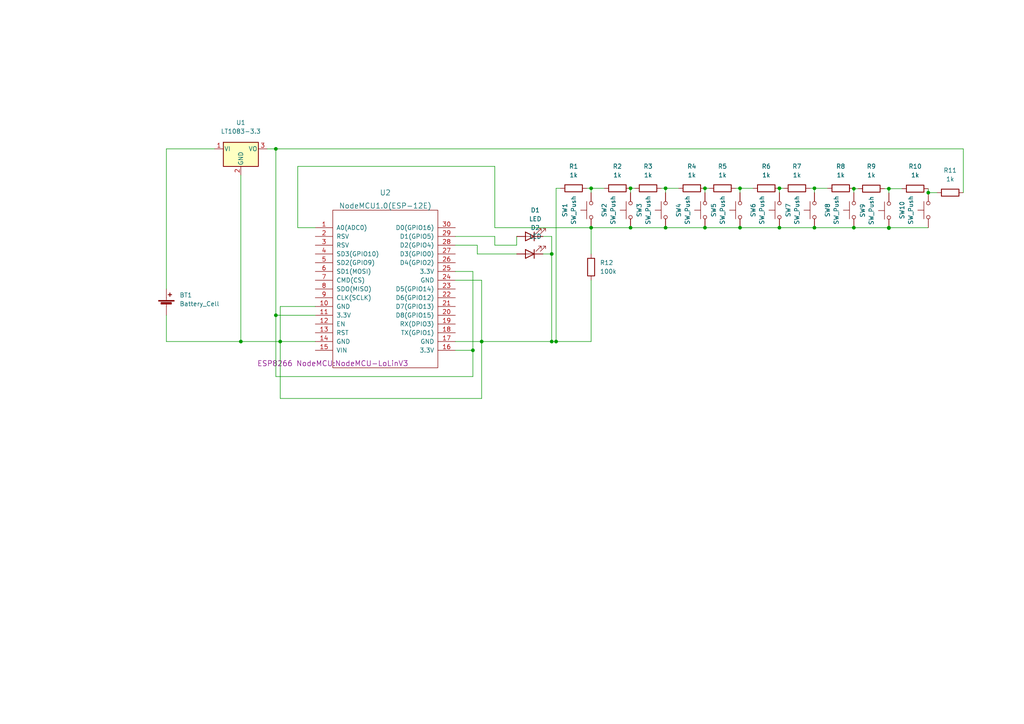
<source format=kicad_sch>
(kicad_sch (version 20211123) (generator eeschema)
  (paper "A4")
  (lib_symbols
    (symbol "Device:Battery_Cell" (pin_numbers hide) (pin_names (offset 0) hide)
      (property "Reference" "BT" (at 2.54 2.54 0))
      (property "Value" "Battery_Cell" (at 2.54 0 0))
      (symbol "Battery_Cell_0_1"
        (rectangle (start -2.286 1.778) (end 2.286 1.524) (fill (type outline)))
        (rectangle (start -1.5748 1.1938) (end 1.4732 0.6858) (fill (type outline)))
        (polyline (pts (xy 0 0.762) (xy 0 0)))
        (polyline (pts (xy 0 1.778) (xy 0 2.54)))
        (polyline (pts (xy 0.508 3.429) (xy 1.524 3.429)) (stroke (width 0.254)))
        (polyline (pts (xy 1.016 3.937) (xy 1.016 2.921)) (stroke (width 0.254)))
      )
      (symbol "Battery_Cell_1_1"
        (pin passive line (at 0 5.08 270) (length 2.54) (name "+") (number "1"))
        (pin passive line (at 0 -2.54 90) (length 2.54) (name "-") (number "2"))
      )
    )
    (symbol "Device:LED" (pin_numbers hide) (pin_names (offset 1.016) hide)
      (property "Reference" "D" (at 0 2.54 0))
      (property "Value" "LED" (at 0 -2.54 0))
      (symbol "LED_0_1"
        (polyline (pts (xy -1.27 -1.27) (xy -1.27 1.27)) (stroke (width 0.254)))
        (polyline (pts (xy -1.27 0) (xy 1.27 0)))
        (polyline (pts (xy 1.27 -1.27) (xy 1.27 1.27) (xy -1.27 0) (xy 1.27 -1.27)) (stroke (width 0.254)))
        (polyline (pts (xy -3.048 -0.762) (xy -4.572 -2.286) (xy -3.81 -2.286) (xy -4.572 -2.286) (xy -4.572 -1.524)))
        (polyline (pts (xy -1.778 -0.762) (xy -3.302 -2.286) (xy -2.54 -2.286) (xy -3.302 -2.286) (xy -3.302 -1.524)))
      )
      (symbol "LED_1_1"
        (pin passive line (at -3.81 0 0) (length 2.54) (name "K") (number "1"))
        (pin passive line (at 3.81 0 180) (length 2.54) (name "A") (number "2"))
      )
    )
    (symbol "Device:R" (pin_numbers hide) (pin_names (offset 0))
      (property "Reference" "R" (at 2.032 0 90))
      (property "Value" "R" (at 0 0 90))
      (symbol "R_0_1"
        (rectangle (start -1.016 -2.54) (end 1.016 2.54) (stroke (width 0.254)))
      )
      (symbol "R_1_1"
        (pin passive line (at 0 3.81 270) (length 1.27) (name "~") (number "1"))
        (pin passive line (at 0 -3.81 90) (length 1.27) (name "~") (number "2"))
      )
    )
    (symbol "Regulator_Linear:LT1083-3.3" (pin_names (offset 0.254))
      (property "Reference" "U1" (at 0 7.62 0))
      (property "Value" "LT1083-3.3" (at 0 5.08 0))
      (symbol "LT1083-3.3_0_1"
        (rectangle (start -5.08 1.905) (end 5.08 -5.08) (stroke (width 0.254)) (fill (type background)))
      )
      (symbol "LT1083-3.3_1_1"
        (pin power_in line (at -7.62 0 0) (length 2.54) (name "VI") (number "1"))
        (pin power_in line (at 0 -7.62 90) (length 2.54) (name "GND") (number "2"))
        (pin power_out line (at 7.62 0 180) (length 2.54) (name "VO") (number "3"))
      )
    )
    (symbol "Switch:SW_Push" (pin_numbers hide) (pin_names (offset 1.016) hide)
      (property "Reference" "SW" (at 1.27 2.54 0))
      (property "Value" "SW_Push" (at 0 -1.524 0))
      (symbol "SW_Push_0_1"
        (circle (center -2.032 0) (radius 0.508))
        (polyline (pts (xy 0 1.27) (xy 0 3.048)))
        (polyline (pts (xy 2.54 1.27) (xy -2.54 1.27)))
        (circle (center 2.032 0) (radius 0.508))
        (pin passive line (at -5.08 0 0) (length 2.54) (name "1") (number "1"))
        (pin passive line (at 5.08 0 180) (length 2.54) (name "2") (number "2"))
      )
    )
    (symbol "esp8266:NodeMCU1.0(ESP-12E)" (pin_names (offset 1.016))
      (property "Reference" "U" (at 0 21.59 0))
      (property "Value" "NodeMCU1.0(ESP-12E)" (at 0 -21.59 0))
      (symbol "NodeMCU1.0(ESP-12E)_0_1"
        (rectangle (start -15.24 -22.86) (end 15.24 22.86))
      )
      (symbol "NodeMCU1.0(ESP-12E)_1_1"
        (pin input line (at -20.32 17.78 0) (length 5.08) (name "A0(ADC0)") (number "1"))
        (pin input line (at -20.32 -5.08 0) (length 5.08) (name "GND") (number "10"))
        (pin input line (at -20.32 -7.62 0) (length 5.08) (name "3.3V") (number "11"))
        (pin input line (at -20.32 -10.16 0) (length 5.08) (name "EN") (number "12"))
        (pin input line (at -20.32 -12.7 0) (length 5.08) (name "RST") (number "13"))
        (pin input line (at -20.32 -15.24 0) (length 5.08) (name "GND") (number "14"))
        (pin input line (at -20.32 -17.78 0) (length 5.08) (name "VIN") (number "15"))
        (pin input line (at 20.32 -17.78 180) (length 5.08) (name "3.3V") (number "16"))
        (pin input line (at 20.32 -15.24 180) (length 5.08) (name "GND") (number "17"))
        (pin input line (at 20.32 -12.7 180) (length 5.08) (name "TX(GPIO1)") (number "18"))
        (pin input line (at 20.32 -10.16 180) (length 5.08) (name "RX(DPIO3)") (number "19"))
        (pin input line (at -20.32 15.24 0) (length 5.08) (name "RSV") (number "2"))
        (pin input line (at 20.32 -7.62 180) (length 5.08) (name "D8(GPIO15)") (number "20"))
        (pin input line (at 20.32 -5.08 180) (length 5.08) (name "D7(GPIO13)") (number "21"))
        (pin input line (at 20.32 -2.54 180) (length 5.08) (name "D6(GPIO12)") (number "22"))
        (pin input line (at 20.32 0 180) (length 5.08) (name "D5(GPIO14)") (number "23"))
        (pin input line (at 20.32 2.54 180) (length 5.08) (name "GND") (number "24"))
        (pin input line (at 20.32 5.08 180) (length 5.08) (name "3.3V") (number "25"))
        (pin input line (at 20.32 7.62 180) (length 5.08) (name "D4(GPIO2)") (number "26"))
        (pin input line (at 20.32 10.16 180) (length 5.08) (name "D3(GPIO0)") (number "27"))
        (pin input line (at 20.32 12.7 180) (length 5.08) (name "D2(GPIO4)") (number "28"))
        (pin input line (at 20.32 15.24 180) (length 5.08) (name "D1(GPIO5)") (number "29"))
        (pin input line (at -20.32 12.7 0) (length 5.08) (name "RSV") (number "3"))
        (pin input line (at 20.32 17.78 180) (length 5.08) (name "D0(GPIO16)") (number "30"))
        (pin input line (at -20.32 10.16 0) (length 5.08) (name "SD3(GPIO10)") (number "4"))
        (pin input line (at -20.32 7.62 0) (length 5.08) (name "SD2(GPIO9)") (number "5"))
        (pin input line (at -20.32 5.08 0) (length 5.08) (name "SD1(MOSI)") (number "6"))
        (pin input line (at -20.32 2.54 0) (length 5.08) (name "CMD(CS)") (number "7"))
        (pin input line (at -20.32 0 0) (length 5.08) (name "SDO(MISO)") (number "8"))
        (pin input line (at -20.32 -2.54 0) (length 5.08) (name "CLK(SCLK)") (number "9"))
      )
    )
  )
  (junction (at 214.63 54.61))
  (junction (at 139.7 99.06))
  (junction (at 81.28 99.06))
  (junction (at 69.85 99.06))
  (junction (at 226.06 54.61))
  (junction (at 161.29 99.06))
  (junction (at 80.01 91.44))
  (junction (at 171.45 66.04))
  (junction (at 160.02 73.66))
  (junction (at 236.22 54.61))
  (junction (at 226.06 66.04))
  (junction (at 204.47 66.04))
  (junction (at 137.16 101.6))
  (junction (at 193.04 54.61))
  (junction (at 182.88 54.61))
  (junction (at 257.81 54.726))
  (junction (at 257.81 66.156))
  (junction (at 160.02 99.06))
  (junction (at 171.45 54.61))
  (junction (at 182.88 66.04))
  (junction (at 204.47 54.61))
  (junction (at 80.01 43.18))
  (junction (at 236.22 66.04))
  (junction (at 269.24 55.88))
  (junction (at 257.81 66.04))
  (junction (at 214.63 66.04))
  (junction (at 247.65 66.04))
  (junction (at 193.04 66.04))
  (junction (at 247.65 54.726))
  (wire (pts (xy 171.45 55.88) (xy 171.45 54.61)))
  (wire (pts (xy 214.63 54.61) (xy 218.44 54.61)))
  (wire (pts (xy 193.04 55.88) (xy 193.04 54.61)))
  (wire (pts (xy 236.22 55.88) (xy 236.22 54.61)))
  (wire (pts (xy 182.88 55.88) (xy 182.88 54.61)))
  (wire (pts (xy 86.36 48.26) (xy 86.36 66.04)))
  (wire (pts (xy 271.78 55.88) (xy 269.24 55.88)))
  (wire (pts (xy 69.85 50.8) (xy 69.85 99.06)))
  (wire (pts (xy 236.22 54.61) (xy 240.03 54.61)))
  (wire (pts (xy 80.01 91.44) (xy 80.01 43.18)))
  (wire (pts (xy 171.45 54.61) (xy 175.26 54.61)))
  (wire (pts (xy 132.08 81.28) (xy 139.7 81.28)))
  (wire (pts (xy 149.86 71.12) (xy 143.51 71.12)))
  (wire (pts (xy 143.51 66.04) (xy 171.45 66.04)))
  (wire (pts (xy 214.63 55.88) (xy 214.63 54.61)))
  (wire (pts (xy 81.28 88.9) (xy 81.28 99.06)))
  (wire (pts (xy 91.44 91.44) (xy 80.01 91.44)))
  (wire (pts (xy 48.26 83.82) (xy 48.26 43.18)))
  (wire (pts (xy 48.26 99.06) (xy 69.85 99.06)))
  (wire (pts (xy 204.47 55.88) (xy 204.47 54.61)))
  (wire (pts (xy 137.16 101.6) (xy 132.08 101.6)))
  (wire (pts (xy 143.51 68.58) (xy 143.51 71.12)))
  (wire (pts (xy 139.7 81.28) (xy 139.7 99.06)))
  (wire (pts (xy 204.47 66.04) (xy 214.63 66.04)))
  (wire (pts (xy 139.7 99.06) (xy 160.02 99.06)))
  (wire (pts (xy 81.28 115.57) (xy 139.7 115.57)))
  (wire (pts (xy 161.29 54.61) (xy 162.56 54.61)))
  (wire (pts (xy 86.36 66.04) (xy 91.44 66.04)))
  (wire (pts (xy 256.54 54.726) (xy 257.81 54.726)))
  (wire (pts (xy 132.08 99.06) (xy 139.7 99.06)))
  (wire (pts (xy 171.45 66.04) (xy 182.88 66.04)))
  (wire (pts (xy 160.02 68.58) (xy 160.02 73.66)))
  (wire (pts (xy 132.08 78.74) (xy 137.16 78.74)))
  (wire (pts (xy 48.26 91.44) (xy 48.26 99.06)))
  (wire (pts (xy 161.29 99.06) (xy 160.02 99.06)))
  (wire (pts (xy 137.16 109.22) (xy 137.16 101.6)))
  (wire (pts (xy 226.06 66.04) (xy 236.22 66.04)))
  (wire (pts (xy 138.43 71.12) (xy 132.08 71.12)))
  (wire (pts (xy 80.01 109.22) (xy 137.16 109.22)))
  (wire (pts (xy 213.36 54.61) (xy 214.63 54.61)))
  (wire (pts (xy 149.86 68.58) (xy 149.86 71.12)))
  (wire (pts (xy 143.51 48.26) (xy 86.36 48.26)))
  (wire (pts (xy 69.85 99.06) (xy 81.28 99.06)))
  (wire (pts (xy 182.88 66.04) (xy 193.04 66.04)))
  (wire (pts (xy 157.48 73.66) (xy 160.02 73.66)))
  (wire (pts (xy 48.26 43.18) (xy 62.23 43.18)))
  (wire (pts (xy 247.65 54.726) (xy 248.92 54.726)))
  (wire (pts (xy 247.65 54.726) (xy 247.65 54.61)))
  (wire (pts (xy 138.43 73.66) (xy 149.86 73.66)))
  (wire (pts (xy 157.48 68.58) (xy 160.02 68.58)))
  (wire (pts (xy 257.81 55.996) (xy 257.81 54.726)))
  (wire (pts (xy 247.65 66.04) (xy 257.81 66.04)))
  (wire (pts (xy 214.63 66.04) (xy 226.06 66.04)))
  (wire (pts (xy 193.04 66.04) (xy 204.47 66.04)))
  (wire (pts (xy 132.08 68.58) (xy 143.51 68.58)))
  (wire (pts (xy 91.44 88.9) (xy 81.28 88.9)))
  (wire (pts (xy 138.43 73.66) (xy 138.43 71.12)))
  (wire (pts (xy 257.81 66.04) (xy 269.24 66.04)))
  (wire (pts (xy 236.22 66.04) (xy 247.65 66.04)))
  (wire (pts (xy 143.51 66.04) (xy 143.51 48.26)))
  (wire (pts (xy 171.45 99.06) (xy 161.29 99.06)))
  (wire (pts (xy 247.65 55.88) (xy 247.65 54.726)))
  (wire (pts (xy 171.45 66.04) (xy 171.45 73.66)))
  (wire (pts (xy 139.7 115.57) (xy 139.7 99.06)))
  (wire (pts (xy 269.24 54.726) (xy 269.24 55.88)))
  (wire (pts (xy 226.06 54.61) (xy 227.33 54.61)))
  (wire (pts (xy 171.45 81.28) (xy 171.45 99.06)))
  (wire (pts (xy 191.77 54.61) (xy 193.04 54.61)))
  (wire (pts (xy 170.18 54.61) (xy 171.45 54.61)))
  (wire (pts (xy 257.81 54.726) (xy 261.62 54.726)))
  (wire (pts (xy 234.95 54.61) (xy 236.22 54.61)))
  (wire (pts (xy 137.16 78.74) (xy 137.16 101.6)))
  (wire (pts (xy 80.01 43.18) (xy 279.4 43.18)))
  (wire (pts (xy 161.29 54.61) (xy 161.29 99.06)))
  (wire (pts (xy 81.28 99.06) (xy 91.44 99.06)))
  (wire (pts (xy 80.01 91.44) (xy 80.01 109.22)))
  (wire (pts (xy 204.47 54.61) (xy 205.74 54.61)))
  (wire (pts (xy 182.88 54.61) (xy 184.15 54.61)))
  (wire (pts (xy 257.81 66.04) (xy 257.81 66.156)))
  (wire (pts (xy 193.04 54.61) (xy 196.85 54.61)))
  (wire (pts (xy 160.02 73.66) (xy 160.02 99.06)))
  (wire (pts (xy 226.06 55.88) (xy 226.06 54.61)))
  (wire (pts (xy 77.47 43.18) (xy 80.01 43.18)))
  (wire (pts (xy 81.28 99.06) (xy 81.28 115.57)))
  (wire (pts (xy 279.4 55.88) (xy 279.4 43.18)))
  (symbol (lib_id "Device:R") (at 166.37 54.61 90) (unit 1)
    (property "Reference" "R1" (at 166.37 48.26 90))
    (property "Value" "1k" (at 166.37 50.8 90))
    (property "Footprint" "Resistor_THT:R_Axial_DIN0207_L6.3mm_D2.5mm_P10.16mm_Horizontal" (effects hide))
  )
  (symbol (lib_id "Device:Battery_Cell") (at 48.26 88.9 0) (unit 1)
    (property "Reference" "BT1" (at 52.07 85.5979 0) (effects (justify left)))
    (property "Value" "Battery_Cell" (at 52.07 88.1379 0) (effects (justify left)))
    (property "Footprint" "Connector_Wire:SolderWire-2.5sqmm_1x02_P7.2mm_D2.4mm_OD3.6mm" (effects hide))
  )
  (symbol (lib_id "Device:R") (at 187.96 54.61 90) (unit 1)
    (property "Reference" "R3" (at 187.96 48.26 90))
    (property "Value" "1k" (at 187.96 50.8 90))
    (property "Footprint" "Resistor_THT:R_Axial_DIN0207_L6.3mm_D2.5mm_P10.16mm_Horizontal" (effects hide))
  )
  (symbol (lib_id "Device:R") (at 243.84 54.61 90) (unit 1)
    (property "Reference" "R8" (at 243.84 48.26 90))
    (property "Value" "1k" (at 243.84 50.8 90))
    (property "Footprint" "Resistor_THT:R_Axial_DIN0207_L6.3mm_D2.5mm_P10.16mm_Horizontal" (effects hide))
  )
  (symbol (lib_id "Switch:SW_Push") (at 214.63 60.96 90) (unit 1)
    (property "Reference" "SW5" (at 207.01 60.96 0))
    (property "Value" "SW_Push" (at 209.55 60.96 0))
    (property "Footprint" "Button_Switch_THT:SW_PUSH-12mm" (effects hide))
  )
  (symbol (lib_id "Device:R") (at 171.45 77.47 180) (unit 1)
    (property "Reference" "R12" (at 173.99 76.1999 0) (effects (justify right)))
    (property "Value" "100k" (at 173.99 78.7399 0) (effects (justify right)))
    (property "Footprint" "Resistor_THT:R_Axial_DIN0207_L6.3mm_D2.5mm_P10.16mm_Horizontal" (effects hide))
  )
  (symbol (lib_id "Device:R") (at 209.55 54.61 90) (unit 1)
    (property "Reference" "R5" (at 209.55 48.26 90))
    (property "Value" "1k" (at 209.55 50.8 90))
    (property "Footprint" "Resistor_THT:R_Axial_DIN0207_L6.3mm_D2.5mm_P10.16mm_Horizontal" (effects hide))
  )
  (symbol (lib_id "Regulator_Linear:LT1083-3.3") (at 69.85 43.18 0) (unit 1)
    (property "Reference" "U1" (at 69.85 35.56 0))
    (property "Value" "LT1083-3.3" (at 69.85 38.1 0))
    (property "Footprint" "Package_SIP:SIP3_11.6x8.5mm" (effects hide))
    (property "Datasheet" "https://www.analog.com/media/en/technical-documentation/data-sheets/1083ffe.pdf" (effects hide))
  )
  (symbol (lib_id "Device:R") (at 200.66 54.61 90) (unit 1)
    (property "Reference" "R4" (at 200.66 48.26 90))
    (property "Value" "1k" (at 200.66 50.8 90))
    (property "Footprint" "Resistor_THT:R_Axial_DIN0207_L6.3mm_D2.5mm_P10.16mm_Horizontal" (effects hide))
  )
  (symbol (lib_id "Device:R") (at 222.25 54.61 90) (unit 1)
    (property "Reference" "R6" (at 222.25 48.26 90))
    (property "Value" "1k" (at 222.25 50.8 90))
    (property "Footprint" "Resistor_THT:R_Axial_DIN0207_L6.3mm_D2.5mm_P10.16mm_Horizontal" (effects hide))
  )
  (symbol (lib_id "Switch:SW_Push") (at 236.22 60.96 90) (unit 1)
    (property "Reference" "SW7" (at 228.6 60.96 0))
    (property "Value" "SW_Push" (at 231.14 60.96 0))
    (property "Footprint" "Button_Switch_THT:SW_PUSH-12mm" (effects hide))
  )
  (symbol (lib_id "Device:R") (at 252.73 54.726 90) (unit 1)
    (property "Reference" "R9" (at 252.73 48.26 90))
    (property "Value" "1k" (at 252.73 50.8 90))
    (property "Footprint" "Resistor_THT:R_Axial_DIN0207_L6.3mm_D2.5mm_P10.16mm_Horizontal" (effects hide))
  )
  (symbol (lib_id "Switch:SW_Push") (at 247.65 60.96 90) (unit 1)
    (property "Reference" "SW8" (at 240.03 60.96 0))
    (property "Value" "SW_Push" (at 242.57 60.96 0))
    (property "Footprint" "Button_Switch_THT:SW_PUSH-12mm" (effects hide))
  )
  (symbol (lib_id "Switch:SW_Push") (at 269.24 60.96 90) (unit 1)
    (property "Reference" "SW10" (at 261.62 60.96 0))
    (property "Value" "SW_Push" (at 264.16 60.96 0))
    (property "Footprint" "Button_Switch_THT:SW_PUSH-12mm" (effects hide))
  )
  (symbol (lib_id "Switch:SW_Push") (at 193.04 60.96 90) (unit 1)
    (property "Reference" "SW3" (at 185.42 60.96 0))
    (property "Value" "SW_Push" (at 187.96 60.96 0))
    (property "Footprint" "Button_Switch_THT:SW_PUSH-12mm" (effects hide))
  )
  (symbol (lib_id "Switch:SW_Push") (at 257.81 61.076 90) (unit 1)
    (property "Reference" "SW9" (at 250.19 61.076 0))
    (property "Value" "SW_Push" (at 252.73 61.076 0))
    (property "Footprint" "Button_Switch_THT:SW_PUSH-12mm" (effects hide))
  )
  (symbol (lib_id "Device:R") (at 275.59 55.88 90) (unit 1)
    (property "Reference" "R11" (at 275.59 49.414 90))
    (property "Value" "1k" (at 275.59 51.954 90))
    (property "Footprint" "Resistor_THT:R_Axial_DIN0207_L6.3mm_D2.5mm_P10.16mm_Horizontal" (effects hide))
  )
  (symbol (lib_id "Device:LED") (at 153.67 73.66 180) (unit 1)
    (property "Reference" "D2" (at 155.2575 66.04 0))
    (property "Value" "LED" (at 155.2575 68.58 0))
    (property "Footprint" "LED_THT:LED_D3.0mm" (effects hide))
  )
  (symbol (lib_id "Device:R") (at 231.14 54.61 90) (unit 1)
    (property "Reference" "R7" (at 231.14 48.26 90))
    (property "Value" "1k" (at 231.14 50.8 90))
    (property "Footprint" "Resistor_THT:R_Axial_DIN0207_L6.3mm_D2.5mm_P10.16mm_Horizontal" (effects hide))
  )
  (symbol (lib_id "Switch:SW_Push") (at 171.45 60.96 90) (unit 1)
    (property "Reference" "SW1" (at 163.83 60.96 0))
    (property "Value" "SW_Push" (at 166.37 60.96 0))
    (property "Footprint" "Button_Switch_THT:SW_PUSH-12mm" (effects hide))
  )
  (symbol (lib_id "Device:R") (at 265.43 54.726 90) (unit 1)
    (property "Reference" "R10" (at 265.43 48.26 90))
    (property "Value" "1k" (at 265.43 50.8 90))
    (property "Footprint" "Resistor_THT:R_Axial_DIN0207_L6.3mm_D2.5mm_P10.16mm_Horizontal" (effects hide))
  )
  (symbol (lib_id "Switch:SW_Push") (at 204.47 60.96 90) (unit 1)
    (property "Reference" "SW4" (at 196.85 60.96 0))
    (property "Value" "SW_Push" (at 199.39 60.96 0))
    (property "Footprint" "Button_Switch_THT:SW_PUSH-12mm" (effects hide))
  )
  (symbol (lib_id "Switch:SW_Push") (at 182.88 60.96 90) (unit 1)
    (property "Reference" "SW2" (at 175.26 60.96 0))
    (property "Value" "SW_Push" (at 177.8 60.96 0))
    (property "Footprint" "Button_Switch_THT:SW_PUSH-12mm" (effects hide))
  )
  (symbol (lib_id "esp8266:NodeMCU1.0(ESP-12E)") (at 111.76 83.82 0) (unit 1)
    (property "Reference" "U2" (at 111.76 55.88 0) (effects (font (size 1.524 1.524))))
    (property "Value" "NodeMCU1.0(ESP-12E)" (at 111.76 59.69 0) (effects (font (size 1.524 1.524))))
    (property "Footprint" "ESP8266 NodeMCU:NodeMCU-LoLinV3" (at 96.52 105.41 0) (effects (font (size 1.524 1.524))))
  )
  (symbol (lib_id "Switch:SW_Push") (at 226.06 60.96 90) (unit 1)
    (property "Reference" "SW6" (at 218.44 60.96 0))
    (property "Value" "SW_Push" (at 220.98 60.96 0))
    (property "Footprint" "Button_Switch_THT:SW_PUSH-12mm" (effects hide))
  )
  (symbol (lib_id "Device:LED") (at 153.67 68.58 180) (unit 1)
    (property "Reference" "D1" (at 155.2575 60.96 0))
    (property "Value" "LED" (at 155.2575 63.5 0))
    (property "Footprint" "LED_THT:LED_D3.0mm" (effects hide))
  )
  (symbol (lib_id "Device:R") (at 179.07 54.61 90) (unit 1)
    (property "Reference" "R2" (at 179.07 48.26 90))
    (property "Value" "1k" (at 179.07 50.8 90))
    (property "Footprint" "Resistor_THT:R_Axial_DIN0207_L6.3mm_D2.5mm_P10.16mm_Horizontal" (effects hide))
  )
)
</source>
